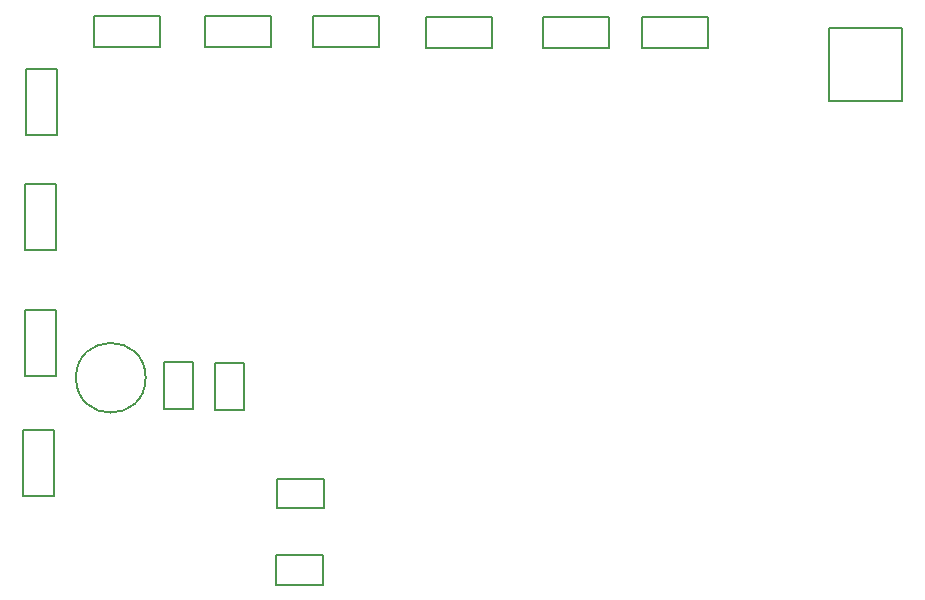
<source format=gbr>
G04*
G04 #@! TF.GenerationSoftware,Altium Limited,Altium Designer,24.10.1 (45)*
G04*
G04 Layer_Color=8388736*
%FSLAX25Y25*%
%MOIN*%
G70*
G04*
G04 #@! TF.SameCoordinates,82B40839-DE60-4B9F-80D9-4B01C0AB2508*
G04*
G04*
G04 #@! TF.FilePolarity,Positive*
G04*
G01*
G75*
%ADD10C,0.00787*%
%ADD12C,0.00591*%
D10*
X71579Y91374D02*
X81421D01*
X71579Y75626D02*
Y91374D01*
Y75626D02*
X81421D01*
Y91374D01*
X54579Y91874D02*
X64421D01*
X54579Y76126D02*
Y91874D01*
Y76126D02*
X64421D01*
Y91874D01*
X92469Y43079D02*
Y52921D01*
Y43079D02*
X108217D01*
Y52921D01*
X92469D02*
X108217D01*
X8803Y167516D02*
X19197D01*
Y189484D01*
X8803D02*
X19197D01*
X8803Y167516D02*
Y189484D01*
X276295Y178795D02*
Y203205D01*
Y178795D02*
X300705D01*
Y203205D01*
X276295D02*
X300705D01*
X8303Y129016D02*
X18697D01*
Y150984D01*
X8303D02*
X18697D01*
X8303Y129016D02*
Y150984D01*
Y87016D02*
X18697D01*
Y108984D01*
X8303D02*
X18697D01*
X8303Y87016D02*
Y108984D01*
X7803Y47016D02*
X18197D01*
Y68984D01*
X7803D02*
X18197D01*
X7803Y47016D02*
Y68984D01*
X90484Y196803D02*
Y207197D01*
X68516D02*
X90484D01*
X68516Y196803D02*
Y207197D01*
Y196803D02*
X90484D01*
X53484D02*
Y207197D01*
X31516D02*
X53484D01*
X31516Y196803D02*
Y207197D01*
Y196803D02*
X53484D01*
X163984Y196303D02*
Y206697D01*
X142016D02*
X163984D01*
X142016Y196303D02*
Y206697D01*
Y196303D02*
X163984D01*
X214016D02*
Y206697D01*
Y196303D02*
X235984D01*
Y206697D01*
X214016D02*
X235984D01*
X181016Y196303D02*
Y206697D01*
Y196303D02*
X202984D01*
Y206697D01*
X181016D02*
X202984D01*
X107874Y17579D02*
Y27421D01*
X92126D02*
X107874D01*
X92126Y17579D02*
Y27421D01*
Y17579D02*
X107874D01*
X126484Y196803D02*
Y207197D01*
X104516D02*
X126484D01*
X104516Y196803D02*
Y207197D01*
Y196803D02*
X126484D01*
D12*
X48614Y86500D02*
G03*
X48614Y86500I-11614J0D01*
G01*
M02*

</source>
